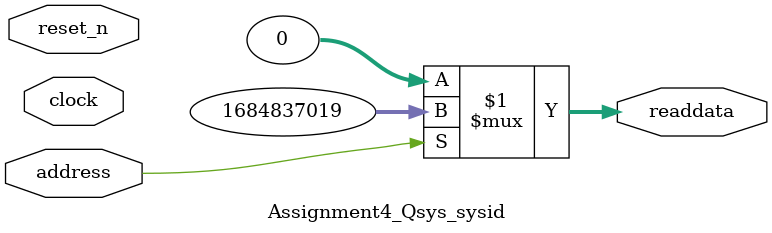
<source format=v>

`timescale 1ns / 1ps
// synthesis translate_on

// turn off superfluous verilog processor warnings 
// altera message_level Level1 
// altera message_off 10034 10035 10036 10037 10230 10240 10030 

module Assignment4_Qsys_sysid (
               // inputs:
                address,
                clock,
                reset_n,

               // outputs:
                readdata
             )
;

  output  [ 31: 0] readdata;
  input            address;
  input            clock;
  input            reset_n;

  wire    [ 31: 0] readdata;
  //control_slave, which is an e_avalon_slave
  assign readdata = address ? 1684837019 : 0;

endmodule




</source>
